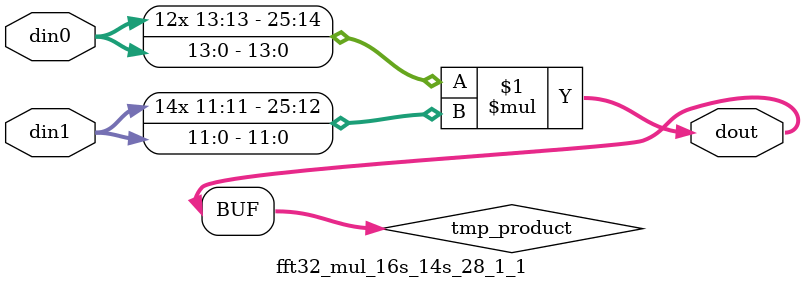
<source format=v>

`timescale 1 ns / 1 ps

  module fft32_mul_16s_14s_28_1_1(din0, din1, dout);
parameter ID = 1;
parameter NUM_STAGE = 0;
parameter din0_WIDTH = 14;
parameter din1_WIDTH = 12;
parameter dout_WIDTH = 26;

input [din0_WIDTH - 1 : 0] din0; 
input [din1_WIDTH - 1 : 0] din1; 
output [dout_WIDTH - 1 : 0] dout;

wire signed [dout_WIDTH - 1 : 0] tmp_product;













assign tmp_product = $signed(din0) * $signed(din1);








assign dout = tmp_product;







endmodule

</source>
